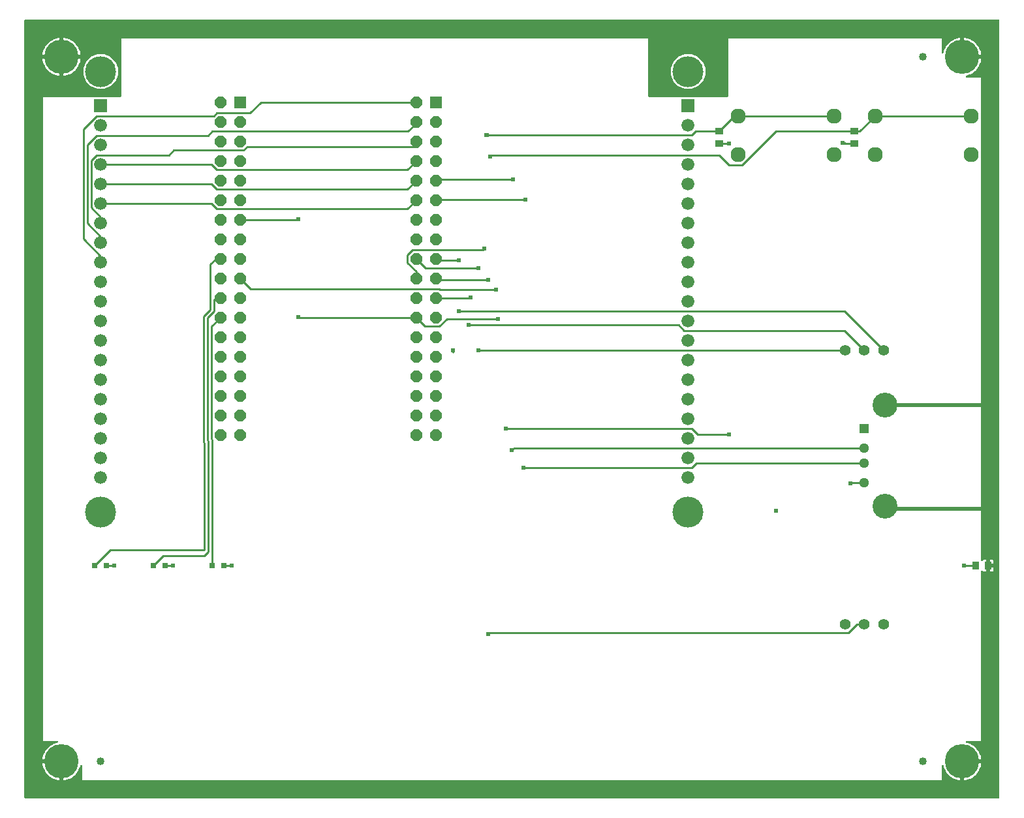
<source format=gbr>
G04 EAGLE Gerber RS-274X export*
G75*
%MOMM*%
%FSLAX34Y34*%
%LPD*%
%INTop Copper*%
%IPPOS*%
%AMOC8*
5,1,8,0,0,1.08239X$1,22.5*%
G01*
%ADD10R,0.800000X0.800000*%
%ADD11C,1.016000*%
%ADD12R,1.288000X1.288000*%
%ADD13C,1.288000*%
%ADD14C,3.220000*%
%ADD15R,1.676400X1.676400*%
%ADD16C,1.676400*%
%ADD17C,4.016000*%
%ADD18C,4.445000*%
%ADD19C,1.400000*%
%ADD20R,1.031241X0.949959*%
%ADD21R,0.949959X1.031241*%
%ADD22C,1.960000*%
%ADD23R,1.524000X1.524000*%
%ADD24P,1.649562X8X292.500000*%
%ADD25C,0.254000*%
%ADD26C,0.609600*%
%ADD27C,0.508000*%

G36*
X1267444Y1012308D02*
X1267444Y1012308D01*
X1267437Y1012427D01*
X1267424Y1012465D01*
X1267419Y1012506D01*
X1267376Y1012616D01*
X1267339Y1012729D01*
X1267317Y1012764D01*
X1267302Y1012801D01*
X1267233Y1012897D01*
X1267169Y1012998D01*
X1267139Y1013026D01*
X1267116Y1013059D01*
X1267024Y1013135D01*
X1266937Y1013216D01*
X1266902Y1013236D01*
X1266871Y1013261D01*
X1266763Y1013312D01*
X1266659Y1013370D01*
X1266619Y1013380D01*
X1266583Y1013397D01*
X1266466Y1013419D01*
X1266351Y1013449D01*
X1266291Y1013453D01*
X1266271Y1013457D01*
X1266250Y1013455D01*
X1266190Y1013459D01*
X3810Y1013459D01*
X3692Y1013444D01*
X3573Y1013437D01*
X3535Y1013424D01*
X3494Y1013419D01*
X3384Y1013376D01*
X3271Y1013339D01*
X3236Y1013317D01*
X3199Y1013302D01*
X3103Y1013233D01*
X3002Y1013169D01*
X2974Y1013139D01*
X2941Y1013116D01*
X2865Y1013024D01*
X2784Y1012937D01*
X2764Y1012902D01*
X2739Y1012871D01*
X2688Y1012763D01*
X2630Y1012659D01*
X2620Y1012619D01*
X2603Y1012583D01*
X2581Y1012466D01*
X2551Y1012351D01*
X2547Y1012291D01*
X2543Y1012271D01*
X2545Y1012250D01*
X2541Y1012190D01*
X2541Y3810D01*
X2556Y3692D01*
X2563Y3573D01*
X2576Y3535D01*
X2581Y3494D01*
X2624Y3384D01*
X2661Y3271D01*
X2683Y3236D01*
X2698Y3199D01*
X2767Y3103D01*
X2831Y3002D01*
X2861Y2974D01*
X2884Y2941D01*
X2976Y2865D01*
X3063Y2784D01*
X3098Y2764D01*
X3129Y2739D01*
X3237Y2688D01*
X3341Y2630D01*
X3381Y2620D01*
X3417Y2603D01*
X3534Y2581D01*
X3649Y2551D01*
X3709Y2547D01*
X3729Y2543D01*
X3750Y2545D01*
X3810Y2541D01*
X1266190Y2541D01*
X1266308Y2556D01*
X1266427Y2563D01*
X1266465Y2576D01*
X1266506Y2581D01*
X1266616Y2624D01*
X1266729Y2661D01*
X1266764Y2683D01*
X1266801Y2698D01*
X1266897Y2767D01*
X1266998Y2831D01*
X1267026Y2861D01*
X1267059Y2884D01*
X1267135Y2976D01*
X1267216Y3063D01*
X1267236Y3098D01*
X1267261Y3129D01*
X1267312Y3237D01*
X1267370Y3341D01*
X1267380Y3381D01*
X1267397Y3417D01*
X1267419Y3534D01*
X1267449Y3649D01*
X1267453Y3709D01*
X1267457Y3729D01*
X1267455Y3750D01*
X1267459Y3810D01*
X1267459Y1012190D01*
X1267444Y1012308D01*
G37*
%LPC*%
G36*
X127000Y913131D02*
X127000Y913131D01*
X127118Y913146D01*
X127237Y913153D01*
X127275Y913166D01*
X127316Y913171D01*
X127426Y913214D01*
X127539Y913251D01*
X127574Y913273D01*
X127611Y913288D01*
X127707Y913358D01*
X127808Y913421D01*
X127836Y913451D01*
X127869Y913474D01*
X127945Y913566D01*
X128026Y913653D01*
X128046Y913688D01*
X128071Y913719D01*
X128122Y913827D01*
X128180Y913931D01*
X128190Y913971D01*
X128207Y914007D01*
X128229Y914124D01*
X128259Y914239D01*
X128263Y914300D01*
X128267Y914320D01*
X128265Y914340D01*
X128269Y914400D01*
X128269Y989331D01*
X811531Y989331D01*
X811531Y914400D01*
X811546Y914282D01*
X811553Y914163D01*
X811566Y914125D01*
X811571Y914084D01*
X811614Y913974D01*
X811651Y913861D01*
X811673Y913826D01*
X811688Y913789D01*
X811758Y913693D01*
X811821Y913592D01*
X811851Y913564D01*
X811874Y913531D01*
X811966Y913456D01*
X812053Y913374D01*
X812088Y913354D01*
X812119Y913329D01*
X812227Y913278D01*
X812331Y913220D01*
X812371Y913210D01*
X812407Y913193D01*
X812524Y913171D01*
X812639Y913141D01*
X812700Y913137D01*
X812720Y913133D01*
X812740Y913135D01*
X812800Y913131D01*
X914400Y913131D01*
X914518Y913146D01*
X914637Y913153D01*
X914675Y913166D01*
X914716Y913171D01*
X914826Y913214D01*
X914939Y913251D01*
X914974Y913273D01*
X915011Y913288D01*
X915107Y913358D01*
X915208Y913421D01*
X915236Y913451D01*
X915269Y913474D01*
X915345Y913566D01*
X915426Y913653D01*
X915446Y913688D01*
X915471Y913719D01*
X915522Y913827D01*
X915580Y913931D01*
X915590Y913971D01*
X915607Y914007D01*
X915629Y914124D01*
X915659Y914239D01*
X915663Y914300D01*
X915667Y914320D01*
X915665Y914340D01*
X915669Y914400D01*
X915669Y989331D01*
X1192531Y989331D01*
X1192531Y970915D01*
X1192533Y970898D01*
X1192531Y970881D01*
X1192553Y970741D01*
X1192571Y970600D01*
X1192577Y970584D01*
X1192580Y970567D01*
X1192635Y970436D01*
X1192688Y970304D01*
X1192698Y970290D01*
X1192704Y970275D01*
X1192791Y970162D01*
X1192874Y970047D01*
X1192888Y970036D01*
X1192898Y970022D01*
X1193010Y969935D01*
X1193119Y969844D01*
X1193135Y969837D01*
X1193148Y969826D01*
X1193279Y969769D01*
X1193407Y969709D01*
X1193424Y969705D01*
X1193440Y969698D01*
X1193580Y969675D01*
X1193720Y969649D01*
X1193737Y969650D01*
X1193754Y969647D01*
X1193895Y969660D01*
X1194037Y969668D01*
X1194053Y969674D01*
X1194070Y969675D01*
X1194204Y969723D01*
X1194339Y969767D01*
X1194354Y969776D01*
X1194370Y969781D01*
X1194488Y969861D01*
X1194608Y969937D01*
X1194620Y969949D01*
X1194634Y969959D01*
X1194728Y970065D01*
X1194826Y970168D01*
X1194834Y970183D01*
X1194846Y970196D01*
X1194911Y970322D01*
X1194980Y970447D01*
X1194984Y970463D01*
X1194992Y970479D01*
X1195037Y970633D01*
X1195365Y972067D01*
X1196283Y974692D01*
X1197490Y977199D01*
X1198970Y979554D01*
X1200705Y981729D01*
X1202671Y983695D01*
X1204846Y985430D01*
X1207201Y986910D01*
X1209708Y988117D01*
X1212333Y989035D01*
X1215045Y989654D01*
X1216661Y989836D01*
X1216661Y966470D01*
X1216676Y966352D01*
X1216683Y966233D01*
X1216696Y966195D01*
X1216701Y966155D01*
X1216744Y966044D01*
X1216781Y965931D01*
X1216803Y965897D01*
X1216818Y965859D01*
X1216888Y965763D01*
X1216951Y965662D01*
X1216981Y965634D01*
X1217004Y965602D01*
X1217096Y965526D01*
X1217183Y965444D01*
X1217218Y965425D01*
X1217249Y965399D01*
X1217357Y965348D01*
X1217461Y965291D01*
X1217501Y965280D01*
X1217537Y965263D01*
X1217654Y965241D01*
X1217769Y965211D01*
X1217830Y965207D01*
X1217850Y965203D01*
X1217870Y965205D01*
X1217930Y965201D01*
X1219201Y965201D01*
X1219201Y963930D01*
X1219216Y963812D01*
X1219223Y963693D01*
X1219236Y963655D01*
X1219241Y963614D01*
X1219285Y963504D01*
X1219321Y963391D01*
X1219343Y963356D01*
X1219358Y963319D01*
X1219428Y963223D01*
X1219491Y963122D01*
X1219521Y963094D01*
X1219545Y963061D01*
X1219636Y962986D01*
X1219723Y962904D01*
X1219758Y962884D01*
X1219790Y962859D01*
X1219897Y962808D01*
X1220002Y962750D01*
X1220041Y962740D01*
X1220077Y962723D01*
X1220194Y962701D01*
X1220309Y962671D01*
X1220370Y962667D01*
X1220390Y962663D01*
X1220410Y962665D01*
X1220470Y962661D01*
X1243836Y962661D01*
X1243654Y961045D01*
X1243035Y958333D01*
X1242117Y955708D01*
X1240910Y953201D01*
X1239430Y950846D01*
X1237695Y948671D01*
X1235729Y946705D01*
X1233554Y944970D01*
X1231199Y943490D01*
X1228692Y942283D01*
X1226067Y941365D01*
X1224633Y941037D01*
X1224617Y941032D01*
X1224600Y941029D01*
X1224468Y940977D01*
X1224334Y940928D01*
X1224320Y940919D01*
X1224304Y940912D01*
X1224189Y940829D01*
X1224072Y940749D01*
X1224061Y940736D01*
X1224047Y940726D01*
X1223956Y940616D01*
X1223863Y940509D01*
X1223855Y940494D01*
X1223844Y940481D01*
X1223784Y940352D01*
X1223719Y940225D01*
X1223716Y940208D01*
X1223709Y940193D01*
X1223682Y940053D01*
X1223651Y939914D01*
X1223652Y939897D01*
X1223649Y939881D01*
X1223658Y939738D01*
X1223663Y939597D01*
X1223667Y939580D01*
X1223668Y939563D01*
X1223712Y939428D01*
X1223752Y939292D01*
X1223761Y939277D01*
X1223767Y939261D01*
X1223842Y939141D01*
X1223915Y939018D01*
X1223928Y939006D01*
X1223937Y938992D01*
X1224040Y938894D01*
X1224141Y938794D01*
X1224156Y938786D01*
X1224168Y938774D01*
X1224293Y938705D01*
X1224415Y938633D01*
X1224432Y938629D01*
X1224447Y938620D01*
X1224584Y938585D01*
X1224721Y938546D01*
X1224738Y938545D01*
X1224755Y938541D01*
X1224915Y938531D01*
X1243331Y938531D01*
X1243331Y312093D01*
X1243343Y311995D01*
X1243346Y311896D01*
X1243363Y311838D01*
X1243371Y311778D01*
X1243407Y311686D01*
X1243434Y311591D01*
X1243465Y311538D01*
X1243488Y311482D01*
X1243546Y311402D01*
X1243596Y311317D01*
X1243663Y311241D01*
X1243674Y311225D01*
X1243684Y311217D01*
X1243702Y311196D01*
X1243757Y311142D01*
X1243856Y311064D01*
X1243951Y310982D01*
X1243981Y310967D01*
X1244008Y310947D01*
X1244123Y310897D01*
X1244236Y310840D01*
X1244269Y310833D01*
X1244300Y310820D01*
X1244424Y310800D01*
X1244547Y310774D01*
X1244581Y310775D01*
X1244614Y310770D01*
X1244739Y310782D01*
X1244865Y310787D01*
X1244897Y310797D01*
X1244930Y310800D01*
X1245049Y310843D01*
X1245169Y310879D01*
X1245198Y310896D01*
X1245230Y310907D01*
X1245334Y310978D01*
X1245442Y311043D01*
X1245465Y311067D01*
X1245493Y311086D01*
X1245576Y311180D01*
X1245664Y311270D01*
X1245691Y311311D01*
X1245703Y311324D01*
X1245713Y311344D01*
X1245753Y311404D01*
X1245818Y311516D01*
X1246291Y311989D01*
X1246870Y312324D01*
X1247517Y312497D01*
X1250227Y312497D01*
X1250227Y305905D01*
X1250242Y305787D01*
X1250249Y305668D01*
X1250262Y305630D01*
X1250267Y305590D01*
X1250311Y305479D01*
X1250347Y305366D01*
X1250369Y305331D01*
X1250384Y305294D01*
X1250454Y305198D01*
X1250517Y305097D01*
X1250547Y305069D01*
X1250571Y305037D01*
X1250662Y304961D01*
X1250749Y304879D01*
X1250784Y304860D01*
X1250816Y304834D01*
X1250880Y304804D01*
X1250789Y304737D01*
X1250688Y304674D01*
X1250660Y304644D01*
X1250628Y304620D01*
X1250552Y304529D01*
X1250470Y304442D01*
X1250451Y304407D01*
X1250425Y304375D01*
X1250374Y304268D01*
X1250317Y304164D01*
X1250306Y304124D01*
X1250289Y304088D01*
X1250267Y303971D01*
X1250237Y303856D01*
X1250233Y303795D01*
X1250229Y303775D01*
X1250231Y303755D01*
X1250227Y303695D01*
X1250227Y297103D01*
X1247517Y297103D01*
X1246870Y297276D01*
X1246291Y297611D01*
X1245818Y298084D01*
X1245753Y298196D01*
X1245678Y298296D01*
X1245607Y298400D01*
X1245581Y298422D01*
X1245561Y298449D01*
X1245463Y298527D01*
X1245368Y298611D01*
X1245338Y298626D01*
X1245312Y298647D01*
X1245197Y298698D01*
X1245085Y298755D01*
X1245052Y298762D01*
X1245022Y298776D01*
X1244897Y298797D01*
X1244775Y298825D01*
X1244741Y298824D01*
X1244708Y298829D01*
X1244582Y298819D01*
X1244457Y298815D01*
X1244424Y298806D01*
X1244391Y298803D01*
X1244272Y298762D01*
X1244151Y298726D01*
X1244122Y298709D01*
X1244091Y298698D01*
X1243985Y298629D01*
X1243877Y298565D01*
X1243841Y298533D01*
X1243826Y298523D01*
X1243811Y298507D01*
X1243757Y298458D01*
X1243702Y298404D01*
X1243642Y298326D01*
X1243574Y298254D01*
X1243545Y298201D01*
X1243507Y298153D01*
X1243468Y298062D01*
X1243420Y297976D01*
X1243405Y297917D01*
X1243381Y297861D01*
X1243366Y297763D01*
X1243341Y297668D01*
X1243335Y297567D01*
X1243331Y297547D01*
X1243333Y297535D01*
X1243331Y297507D01*
X1243331Y77469D01*
X1224915Y77469D01*
X1224898Y77467D01*
X1224881Y77469D01*
X1224741Y77447D01*
X1224600Y77429D01*
X1224584Y77423D01*
X1224567Y77421D01*
X1224436Y77365D01*
X1224304Y77312D01*
X1224290Y77302D01*
X1224275Y77296D01*
X1224162Y77209D01*
X1224047Y77126D01*
X1224036Y77112D01*
X1224022Y77102D01*
X1223935Y76990D01*
X1223844Y76881D01*
X1223837Y76865D01*
X1223826Y76852D01*
X1223769Y76721D01*
X1223709Y76593D01*
X1223705Y76576D01*
X1223698Y76560D01*
X1223675Y76419D01*
X1223649Y76281D01*
X1223650Y76263D01*
X1223647Y76247D01*
X1223660Y76104D01*
X1223669Y75963D01*
X1223674Y75947D01*
X1223675Y75930D01*
X1223723Y75795D01*
X1223767Y75661D01*
X1223776Y75646D01*
X1223781Y75630D01*
X1223861Y75512D01*
X1223937Y75392D01*
X1223949Y75380D01*
X1223959Y75366D01*
X1224064Y75272D01*
X1224168Y75174D01*
X1224183Y75166D01*
X1224196Y75154D01*
X1224322Y75089D01*
X1224447Y75020D01*
X1224463Y75016D01*
X1224479Y75008D01*
X1224633Y74963D01*
X1226067Y74635D01*
X1228692Y73717D01*
X1231199Y72510D01*
X1233554Y71030D01*
X1235729Y69295D01*
X1237695Y67329D01*
X1239430Y65154D01*
X1240910Y62799D01*
X1242117Y60292D01*
X1243035Y57667D01*
X1243654Y54955D01*
X1243836Y53339D01*
X1220470Y53339D01*
X1220352Y53324D01*
X1220233Y53317D01*
X1220195Y53304D01*
X1220155Y53299D01*
X1220044Y53256D01*
X1219931Y53219D01*
X1219897Y53197D01*
X1219859Y53182D01*
X1219763Y53112D01*
X1219662Y53049D01*
X1219634Y53019D01*
X1219602Y52995D01*
X1219526Y52904D01*
X1219444Y52817D01*
X1219425Y52782D01*
X1219399Y52751D01*
X1219348Y52643D01*
X1219291Y52539D01*
X1219280Y52499D01*
X1219263Y52463D01*
X1219241Y52346D01*
X1219211Y52231D01*
X1219207Y52170D01*
X1219203Y52150D01*
X1219205Y52130D01*
X1219205Y52128D01*
X1219203Y52122D01*
X1219204Y52116D01*
X1219201Y52070D01*
X1219201Y50799D01*
X1217930Y50799D01*
X1217812Y50784D01*
X1217693Y50777D01*
X1217655Y50764D01*
X1217614Y50759D01*
X1217504Y50715D01*
X1217391Y50679D01*
X1217356Y50657D01*
X1217319Y50642D01*
X1217223Y50572D01*
X1217122Y50509D01*
X1217094Y50479D01*
X1217061Y50455D01*
X1216986Y50364D01*
X1216904Y50277D01*
X1216884Y50242D01*
X1216859Y50210D01*
X1216808Y50103D01*
X1216750Y49998D01*
X1216740Y49959D01*
X1216723Y49923D01*
X1216701Y49806D01*
X1216671Y49691D01*
X1216667Y49630D01*
X1216663Y49610D01*
X1216665Y49590D01*
X1216663Y49583D01*
X1216664Y49577D01*
X1216661Y49530D01*
X1216661Y26164D01*
X1215045Y26346D01*
X1212333Y26965D01*
X1209708Y27883D01*
X1207201Y29090D01*
X1204846Y30570D01*
X1202671Y32305D01*
X1200705Y34271D01*
X1198970Y36446D01*
X1197490Y38801D01*
X1196283Y41308D01*
X1195365Y43933D01*
X1195037Y45367D01*
X1195032Y45383D01*
X1195029Y45400D01*
X1194977Y45532D01*
X1194928Y45666D01*
X1194919Y45680D01*
X1194912Y45696D01*
X1194829Y45811D01*
X1194749Y45928D01*
X1194736Y45939D01*
X1194726Y45953D01*
X1194616Y46044D01*
X1194509Y46137D01*
X1194494Y46145D01*
X1194481Y46156D01*
X1194352Y46216D01*
X1194225Y46281D01*
X1194208Y46284D01*
X1194193Y46291D01*
X1194053Y46318D01*
X1193914Y46349D01*
X1193897Y46348D01*
X1193881Y46351D01*
X1193738Y46342D01*
X1193597Y46337D01*
X1193580Y46333D01*
X1193563Y46332D01*
X1193428Y46288D01*
X1193292Y46248D01*
X1193277Y46239D01*
X1193261Y46233D01*
X1193141Y46158D01*
X1193018Y46085D01*
X1193006Y46072D01*
X1192992Y46063D01*
X1192894Y45960D01*
X1192794Y45859D01*
X1192786Y45844D01*
X1192774Y45832D01*
X1192705Y45707D01*
X1192633Y45585D01*
X1192629Y45568D01*
X1192620Y45553D01*
X1192585Y45416D01*
X1192546Y45279D01*
X1192545Y45262D01*
X1192541Y45245D01*
X1192531Y45085D01*
X1192531Y26669D01*
X77469Y26669D01*
X77469Y45085D01*
X77467Y45102D01*
X77469Y45119D01*
X77447Y45259D01*
X77429Y45400D01*
X77423Y45416D01*
X77421Y45433D01*
X77365Y45564D01*
X77312Y45696D01*
X77302Y45710D01*
X77296Y45725D01*
X77209Y45838D01*
X77126Y45953D01*
X77112Y45964D01*
X77102Y45978D01*
X76990Y46065D01*
X76881Y46156D01*
X76865Y46163D01*
X76852Y46174D01*
X76721Y46231D01*
X76593Y46291D01*
X76576Y46295D01*
X76560Y46302D01*
X76419Y46325D01*
X76281Y46351D01*
X76263Y46350D01*
X76247Y46353D01*
X76104Y46340D01*
X75963Y46331D01*
X75947Y46326D01*
X75930Y46325D01*
X75795Y46277D01*
X75661Y46233D01*
X75646Y46224D01*
X75630Y46219D01*
X75512Y46139D01*
X75392Y46063D01*
X75380Y46051D01*
X75366Y46041D01*
X75272Y45936D01*
X75174Y45832D01*
X75166Y45817D01*
X75154Y45804D01*
X75089Y45678D01*
X75020Y45553D01*
X75016Y45537D01*
X75008Y45521D01*
X74963Y45367D01*
X74635Y43933D01*
X73717Y41308D01*
X72510Y38801D01*
X71030Y36446D01*
X69295Y34271D01*
X67329Y32305D01*
X65154Y30570D01*
X62799Y29090D01*
X60292Y27883D01*
X57667Y26965D01*
X54955Y26346D01*
X53339Y26164D01*
X53339Y49530D01*
X53324Y49648D01*
X53317Y49767D01*
X53304Y49805D01*
X53299Y49845D01*
X53256Y49956D01*
X53219Y50069D01*
X53197Y50103D01*
X53182Y50141D01*
X53112Y50237D01*
X53049Y50338D01*
X53019Y50366D01*
X52995Y50398D01*
X52904Y50474D01*
X52817Y50556D01*
X52782Y50575D01*
X52751Y50601D01*
X52643Y50652D01*
X52539Y50709D01*
X52499Y50720D01*
X52463Y50737D01*
X52346Y50759D01*
X52231Y50789D01*
X52170Y50793D01*
X52150Y50797D01*
X52130Y50795D01*
X52070Y50799D01*
X50799Y50799D01*
X50799Y52070D01*
X50784Y52188D01*
X50777Y52307D01*
X50764Y52345D01*
X50759Y52385D01*
X50715Y52496D01*
X50679Y52609D01*
X50657Y52644D01*
X50642Y52681D01*
X50572Y52777D01*
X50509Y52878D01*
X50479Y52906D01*
X50455Y52939D01*
X50364Y53014D01*
X50277Y53096D01*
X50242Y53116D01*
X50210Y53141D01*
X50103Y53192D01*
X49998Y53250D01*
X49959Y53260D01*
X49923Y53277D01*
X49806Y53299D01*
X49691Y53329D01*
X49630Y53333D01*
X49610Y53337D01*
X49590Y53335D01*
X49530Y53339D01*
X26164Y53339D01*
X26346Y54955D01*
X26965Y57667D01*
X27883Y60292D01*
X29090Y62799D01*
X30570Y65154D01*
X32305Y67329D01*
X34271Y69295D01*
X36446Y71030D01*
X38801Y72510D01*
X41308Y73717D01*
X43933Y74635D01*
X45367Y74963D01*
X45383Y74968D01*
X45400Y74971D01*
X45532Y75023D01*
X45666Y75072D01*
X45680Y75081D01*
X45696Y75088D01*
X45811Y75171D01*
X45928Y75252D01*
X45939Y75264D01*
X45953Y75274D01*
X46044Y75384D01*
X46137Y75491D01*
X46145Y75506D01*
X46156Y75519D01*
X46216Y75648D01*
X46280Y75775D01*
X46284Y75792D01*
X46291Y75807D01*
X46318Y75946D01*
X46349Y76086D01*
X46348Y76103D01*
X46351Y76120D01*
X46342Y76261D01*
X46337Y76403D01*
X46333Y76420D01*
X46331Y76437D01*
X46288Y76572D01*
X46248Y76708D01*
X46239Y76723D01*
X46233Y76739D01*
X46158Y76859D01*
X46085Y76982D01*
X46072Y76994D01*
X46063Y77008D01*
X45960Y77106D01*
X45859Y77206D01*
X45844Y77214D01*
X45832Y77226D01*
X45708Y77294D01*
X45585Y77367D01*
X45568Y77371D01*
X45553Y77380D01*
X45416Y77415D01*
X45279Y77454D01*
X45262Y77455D01*
X45245Y77459D01*
X45085Y77469D01*
X26669Y77469D01*
X26669Y913131D01*
X127000Y913131D01*
G37*
%LPD*%
%LPC*%
G36*
X97100Y923529D02*
X97100Y923529D01*
X88786Y926973D01*
X82423Y933336D01*
X78979Y941650D01*
X78979Y950650D01*
X82423Y958964D01*
X88786Y965327D01*
X97100Y968771D01*
X106100Y968771D01*
X114414Y965327D01*
X120777Y958964D01*
X124221Y950650D01*
X124221Y941650D01*
X120777Y933336D01*
X114414Y926973D01*
X106100Y923529D01*
X97100Y923529D01*
G37*
%LPD*%
%LPC*%
G36*
X859100Y923529D02*
X859100Y923529D01*
X850786Y926973D01*
X844423Y933336D01*
X840979Y941650D01*
X840979Y950650D01*
X844423Y958964D01*
X850786Y965327D01*
X859100Y968771D01*
X868100Y968771D01*
X876414Y965327D01*
X882777Y958964D01*
X886221Y950650D01*
X886221Y941650D01*
X882777Y933336D01*
X876414Y926973D01*
X868100Y923529D01*
X859100Y923529D01*
G37*
%LPD*%
%LPC*%
G36*
X53339Y967739D02*
X53339Y967739D01*
X53339Y989836D01*
X54955Y989654D01*
X57667Y989035D01*
X60292Y988117D01*
X62799Y986910D01*
X65154Y985430D01*
X67329Y983695D01*
X69295Y981729D01*
X71030Y979554D01*
X72510Y977199D01*
X73717Y974692D01*
X74635Y972067D01*
X75254Y969355D01*
X75436Y967739D01*
X53339Y967739D01*
G37*
%LPD*%
%LPC*%
G36*
X1221739Y967739D02*
X1221739Y967739D01*
X1221739Y989836D01*
X1223355Y989654D01*
X1226067Y989035D01*
X1228692Y988117D01*
X1231199Y986910D01*
X1233554Y985430D01*
X1235729Y983695D01*
X1237695Y981729D01*
X1239430Y979554D01*
X1240910Y977199D01*
X1242117Y974692D01*
X1243035Y972067D01*
X1243654Y969355D01*
X1243836Y967739D01*
X1221739Y967739D01*
G37*
%LPD*%
%LPC*%
G36*
X26164Y967739D02*
X26164Y967739D01*
X26346Y969355D01*
X26965Y972067D01*
X27883Y974692D01*
X29090Y977199D01*
X30570Y979554D01*
X32305Y981729D01*
X34271Y983695D01*
X36446Y985430D01*
X38801Y986910D01*
X41308Y988117D01*
X43933Y989035D01*
X46645Y989654D01*
X48261Y989836D01*
X48261Y967739D01*
X26164Y967739D01*
G37*
%LPD*%
%LPC*%
G36*
X1221739Y48261D02*
X1221739Y48261D01*
X1243836Y48261D01*
X1243654Y46645D01*
X1243035Y43933D01*
X1242117Y41308D01*
X1240910Y38801D01*
X1239430Y36446D01*
X1237695Y34271D01*
X1235729Y32305D01*
X1233554Y30570D01*
X1231199Y29090D01*
X1228692Y27883D01*
X1226067Y26965D01*
X1223355Y26346D01*
X1221739Y26164D01*
X1221739Y48261D01*
G37*
%LPD*%
%LPC*%
G36*
X53339Y962661D02*
X53339Y962661D01*
X75436Y962661D01*
X75254Y961045D01*
X74635Y958333D01*
X73717Y955708D01*
X72510Y953201D01*
X71030Y950846D01*
X69295Y948671D01*
X67329Y946705D01*
X65154Y944970D01*
X62799Y943490D01*
X60292Y942283D01*
X57667Y941365D01*
X54955Y940746D01*
X53339Y940564D01*
X53339Y962661D01*
G37*
%LPD*%
%LPC*%
G36*
X46645Y940746D02*
X46645Y940746D01*
X43933Y941365D01*
X41308Y942283D01*
X38801Y943490D01*
X36446Y944970D01*
X34271Y946705D01*
X32305Y948671D01*
X30570Y950846D01*
X29090Y953201D01*
X27883Y955708D01*
X26965Y958333D01*
X26346Y961045D01*
X26164Y962661D01*
X48261Y962661D01*
X48261Y940564D01*
X46645Y940746D01*
G37*
%LPD*%
%LPC*%
G36*
X46645Y26346D02*
X46645Y26346D01*
X43933Y26965D01*
X41308Y27883D01*
X38801Y29090D01*
X36446Y30570D01*
X34271Y32305D01*
X32305Y34271D01*
X30570Y36446D01*
X29090Y38801D01*
X27883Y41308D01*
X26965Y43933D01*
X26346Y46645D01*
X26164Y48261D01*
X48261Y48261D01*
X48261Y26164D01*
X46645Y26346D01*
G37*
%LPD*%
%LPC*%
G36*
X1254975Y307174D02*
X1254975Y307174D01*
X1254975Y312497D01*
X1257685Y312497D01*
X1258332Y312324D01*
X1258911Y311989D01*
X1259384Y311516D01*
X1259718Y310937D01*
X1259892Y310291D01*
X1259892Y307174D01*
X1254975Y307174D01*
G37*
%LPD*%
%LPC*%
G36*
X1254975Y297103D02*
X1254975Y297103D01*
X1254975Y302426D01*
X1259891Y302426D01*
X1259892Y299309D01*
X1259718Y298663D01*
X1259384Y298084D01*
X1258911Y297611D01*
X1258332Y297276D01*
X1257685Y297103D01*
X1254975Y297103D01*
G37*
%LPD*%
%LPC*%
G36*
X50799Y965199D02*
X50799Y965199D01*
X50799Y965201D01*
X50801Y965201D01*
X50801Y965199D01*
X50799Y965199D01*
G37*
%LPD*%
D10*
X246500Y304800D03*
X261500Y304800D03*
X170300Y304800D03*
X185300Y304800D03*
X94100Y304800D03*
X109100Y304800D03*
D11*
X1168400Y965200D03*
X1168400Y50800D03*
X101600Y50800D03*
D12*
X1092200Y482600D03*
D13*
X1092200Y457600D03*
X1092200Y437600D03*
X1092200Y412600D03*
D14*
X1119300Y513300D03*
X1119300Y381900D03*
D15*
X863600Y901700D03*
D16*
X863600Y876300D03*
X863600Y850900D03*
X863600Y825500D03*
X863600Y800100D03*
X863600Y774700D03*
X863600Y749300D03*
X863600Y723900D03*
X863600Y698500D03*
X863600Y673100D03*
X863600Y647700D03*
X863600Y622300D03*
X863600Y596900D03*
X863600Y571500D03*
X863600Y546100D03*
X863600Y520700D03*
X863600Y495300D03*
X863600Y469900D03*
X863600Y444500D03*
X863600Y419100D03*
D15*
X101600Y901700D03*
D16*
X101600Y876300D03*
X101600Y850900D03*
X101600Y825500D03*
X101600Y800100D03*
X101600Y774700D03*
X101600Y749300D03*
X101600Y723900D03*
X101600Y698500D03*
X101600Y673100D03*
X101600Y647700D03*
X101600Y622300D03*
X101600Y596900D03*
X101600Y571500D03*
X101600Y546100D03*
X101600Y520700D03*
X101600Y495300D03*
X101600Y469900D03*
X101600Y444500D03*
X101600Y419100D03*
D17*
X101600Y946150D03*
X101600Y374650D03*
X863600Y946150D03*
X863600Y374650D03*
D18*
X1219200Y965200D03*
X1219200Y50800D03*
X50800Y50800D03*
X50800Y965200D03*
D19*
X1067200Y584200D03*
X1092200Y584200D03*
X1117200Y584200D03*
X1067200Y228600D03*
X1092200Y228600D03*
X1117200Y228600D03*
D20*
X904240Y869061D03*
X904240Y853059D03*
X1079500Y869061D03*
X1079500Y853059D03*
D21*
X1236599Y304800D03*
X1252601Y304800D03*
D22*
X1053100Y888600D03*
X1053100Y838600D03*
X928100Y838600D03*
X928100Y888600D03*
X1230900Y888600D03*
X1230900Y838600D03*
X1105900Y838600D03*
X1105900Y888600D03*
D23*
X536200Y906100D03*
D24*
X510800Y906100D03*
X536200Y880700D03*
X510800Y880700D03*
X536200Y855300D03*
X510800Y855300D03*
X536200Y829900D03*
X510800Y829900D03*
X536200Y804500D03*
X510800Y804500D03*
X536200Y779100D03*
X510800Y779100D03*
X536200Y753700D03*
X510800Y753700D03*
X536200Y728300D03*
X510800Y728300D03*
X536200Y702900D03*
X510800Y702900D03*
X536200Y677500D03*
X510800Y677500D03*
X536200Y652100D03*
X510800Y652100D03*
X536200Y626700D03*
X510800Y626700D03*
X536200Y601300D03*
X510800Y601300D03*
X536200Y575900D03*
X510800Y575900D03*
X536200Y550500D03*
X510800Y550500D03*
X536200Y525100D03*
X510800Y525100D03*
X536200Y499700D03*
X510800Y499700D03*
X536200Y474300D03*
X510800Y474300D03*
D23*
X282200Y906100D03*
D24*
X256800Y906100D03*
X282200Y880700D03*
X256800Y880700D03*
X282200Y855300D03*
X256800Y855300D03*
X282200Y829900D03*
X256800Y829900D03*
X282200Y804500D03*
X256800Y804500D03*
X282200Y779100D03*
X256800Y779100D03*
X282200Y753700D03*
X256800Y753700D03*
X282200Y728300D03*
X256800Y728300D03*
X282200Y702900D03*
X256800Y702900D03*
X282200Y677500D03*
X256800Y677500D03*
X282200Y652100D03*
X256800Y652100D03*
X282200Y626700D03*
X256800Y626700D03*
X282200Y601300D03*
X256800Y601300D03*
X282200Y575900D03*
X256800Y575900D03*
X282200Y550500D03*
X256800Y550500D03*
X282200Y525100D03*
X256800Y525100D03*
X282200Y499700D03*
X256800Y499700D03*
X282200Y474300D03*
X256800Y474300D03*
D25*
X245036Y825500D02*
X101600Y825500D01*
X245036Y825500D02*
X252066Y818470D01*
X499370Y818470D01*
X510800Y829900D01*
X245036Y800100D02*
X101600Y800100D01*
X245036Y800100D02*
X252066Y793070D01*
X499370Y793070D01*
X510800Y804500D01*
X245036Y774700D02*
X101600Y774700D01*
X245036Y774700D02*
X252066Y767670D01*
X499370Y767670D01*
X510800Y779100D01*
X96550Y837692D02*
X89408Y830550D01*
X286935Y843870D02*
X291425Y848360D01*
X513080Y848360D01*
X196170Y843870D02*
X189992Y837692D01*
X96550Y837692D01*
X196170Y843870D02*
X286935Y843870D01*
X101600Y757458D02*
X101600Y749300D01*
X101600Y757458D02*
X89408Y769650D01*
X89408Y830550D01*
X513080Y848360D02*
X513080Y853020D01*
X510800Y855300D01*
X500380Y868680D02*
X246380Y868680D01*
X84328Y850870D02*
X84328Y749330D01*
X84328Y850870D02*
X96550Y863092D01*
X240792Y863092D02*
X246380Y868680D01*
X240792Y863092D02*
X96550Y863092D01*
X101600Y732058D02*
X101600Y723900D01*
X101600Y732058D02*
X84328Y749330D01*
X500380Y868680D02*
X510800Y879100D01*
X510800Y880700D01*
X510800Y906100D02*
X309200Y906100D01*
X295230Y892130D01*
X252066Y892130D02*
X248428Y888492D01*
X96550Y888492D01*
X79248Y871190D02*
X79248Y729010D01*
X79248Y871190D02*
X96550Y888492D01*
X252066Y892130D02*
X295230Y892130D01*
X101600Y706658D02*
X101600Y698500D01*
X101600Y706658D02*
X79248Y729010D01*
X873942Y437600D02*
X1092200Y437600D01*
X868142Y431800D02*
X650240Y431800D01*
X868142Y431800D02*
X873942Y437600D01*
D26*
X650240Y431800D03*
X650240Y431800D03*
X650240Y431800D03*
X652780Y779780D03*
D25*
X536880Y779780D01*
X536200Y779100D01*
X1066400Y635000D02*
X1117200Y584200D01*
X1066400Y635000D02*
X566420Y635000D01*
D26*
X566420Y635000D03*
X566420Y635000D03*
X566420Y635000D03*
X566420Y701040D03*
D25*
X538060Y701040D01*
X536200Y702900D01*
X1082488Y228600D02*
X1092200Y228600D01*
X1082488Y228600D02*
X1071678Y217790D01*
X606410Y217790D02*
X604520Y215900D01*
X606410Y217790D02*
X1071678Y217790D01*
D26*
X604520Y215900D03*
X604520Y215900D03*
X604520Y215900D03*
X604520Y675640D03*
D25*
X538060Y675640D01*
X536200Y677500D01*
X851438Y617220D02*
X858550Y610108D01*
X851438Y617220D02*
X579120Y617220D01*
X858550Y610108D02*
X1066292Y610108D01*
D26*
X579120Y617220D03*
X579120Y617220D03*
X579120Y617220D03*
X581660Y652780D03*
D25*
X580980Y652100D01*
X536200Y652100D01*
X1066292Y610108D02*
X1092200Y584200D01*
X558800Y584200D02*
X558800Y581660D01*
D26*
X558800Y584200D03*
X558800Y584200D03*
X558800Y584200D03*
D25*
X591820Y584200D02*
X1067200Y584200D01*
D26*
X591820Y584200D03*
X591820Y584200D03*
X591820Y584200D03*
X591820Y690880D03*
D25*
X522820Y690880D01*
X510800Y702900D01*
X1067181Y853059D02*
X1079500Y853059D01*
X1067181Y853059D02*
X1066800Y853440D01*
X1064260Y853440D01*
D26*
X1064260Y853440D03*
D25*
X916559Y853059D02*
X904240Y853059D01*
X916559Y853059D02*
X916940Y853440D01*
D26*
X916559Y853059D03*
D25*
X119380Y304800D02*
X109100Y304800D01*
D26*
X119380Y304800D03*
D25*
X185300Y304800D02*
X195580Y304800D01*
D26*
X195580Y304800D03*
D25*
X261500Y304800D02*
X271780Y304800D01*
D26*
X271780Y304800D03*
X977900Y375920D03*
D25*
X1075540Y412600D02*
X1092200Y412600D01*
X1075540Y412600D02*
X1074420Y411480D01*
D26*
X1074420Y411480D03*
D25*
X1221740Y304800D02*
X1236599Y304800D01*
D26*
X1221740Y304800D03*
D25*
X1230900Y888600D02*
X1105900Y888600D01*
X1086361Y869061D01*
X1079500Y869061D01*
X933738Y824990D02*
X917015Y824990D01*
X977809Y869061D02*
X1079500Y869061D01*
X917015Y824990D02*
X904313Y837692D01*
X609092Y837692D01*
X607060Y835660D01*
X933738Y824990D02*
X977809Y869061D01*
D26*
X607060Y835660D03*
X607060Y835660D03*
X607060Y835660D03*
X614680Y662940D03*
D25*
X541525Y662940D01*
X540935Y663530D01*
X296170Y663530D02*
X282200Y677500D01*
X296170Y663530D02*
X540935Y663530D01*
D26*
X916940Y474980D03*
D25*
X875762Y474980D01*
D26*
X617220Y624840D03*
D25*
X550505Y624840D01*
X540935Y615270D01*
X522230Y615270D01*
X510800Y626700D01*
X358820Y626700D01*
X358140Y627380D01*
D26*
X358140Y627380D03*
X358140Y627380D03*
X358140Y627380D03*
X358140Y754380D03*
D25*
X357460Y753700D01*
X282200Y753700D01*
X627380Y482600D02*
X868142Y482600D01*
D26*
X627380Y482600D03*
X627380Y482600D03*
X627380Y482600D03*
D25*
X868142Y482600D02*
X875762Y474980D01*
X928100Y888600D02*
X1053100Y888600D01*
X928100Y888600D02*
X923779Y888600D01*
X904240Y869061D01*
X873603Y869061D01*
X868650Y864108D01*
X602488Y864108D01*
D26*
X602488Y864108D03*
X601980Y863600D03*
X601980Y863600D03*
X599440Y716280D03*
D25*
X506066Y714330D02*
X499370Y707635D01*
X499370Y698166D01*
X597490Y714330D02*
X599440Y716280D01*
X510800Y686736D02*
X499370Y698166D01*
X510800Y686736D02*
X510800Y677500D01*
X506066Y714330D02*
X597490Y714330D01*
X246500Y468436D02*
X246500Y304800D01*
X246500Y468436D02*
X245370Y469566D01*
X245370Y615270D01*
X256800Y626700D01*
X183000Y317500D02*
X170300Y304800D01*
X248920Y634985D02*
X248920Y650240D01*
X240290Y467461D02*
X240846Y466906D01*
X240290Y467461D02*
X240290Y626355D01*
X248920Y634985D01*
X248920Y650240D02*
X250780Y652100D01*
X256800Y652100D01*
X236220Y317500D02*
X183000Y317500D01*
X241300Y466451D02*
X240846Y466906D01*
X241300Y322580D02*
X236220Y317500D01*
X241300Y322580D02*
X241300Y466451D01*
X114420Y325120D02*
X94100Y304800D01*
X236220Y464347D02*
X235210Y465357D01*
X243840Y637089D02*
X243840Y695960D01*
X235210Y628459D02*
X235210Y465357D01*
X235210Y628459D02*
X243840Y637089D01*
X243840Y695960D02*
X250780Y702900D01*
X256800Y702900D01*
X236220Y325120D02*
X114420Y325120D01*
X236220Y325120D02*
X236220Y464347D01*
X637940Y457600D02*
X1092200Y457600D01*
X637940Y457600D02*
X635000Y454660D01*
D26*
X635000Y454660D03*
X635000Y454660D03*
X635000Y454660D03*
X636270Y806450D03*
D25*
X538150Y806450D01*
X536200Y804500D01*
D27*
X1119300Y381900D02*
X1122740Y378460D01*
X1257300Y378460D01*
X1257080Y513300D02*
X1119300Y513300D01*
X1257080Y513300D02*
X1257300Y513080D01*
M02*

</source>
